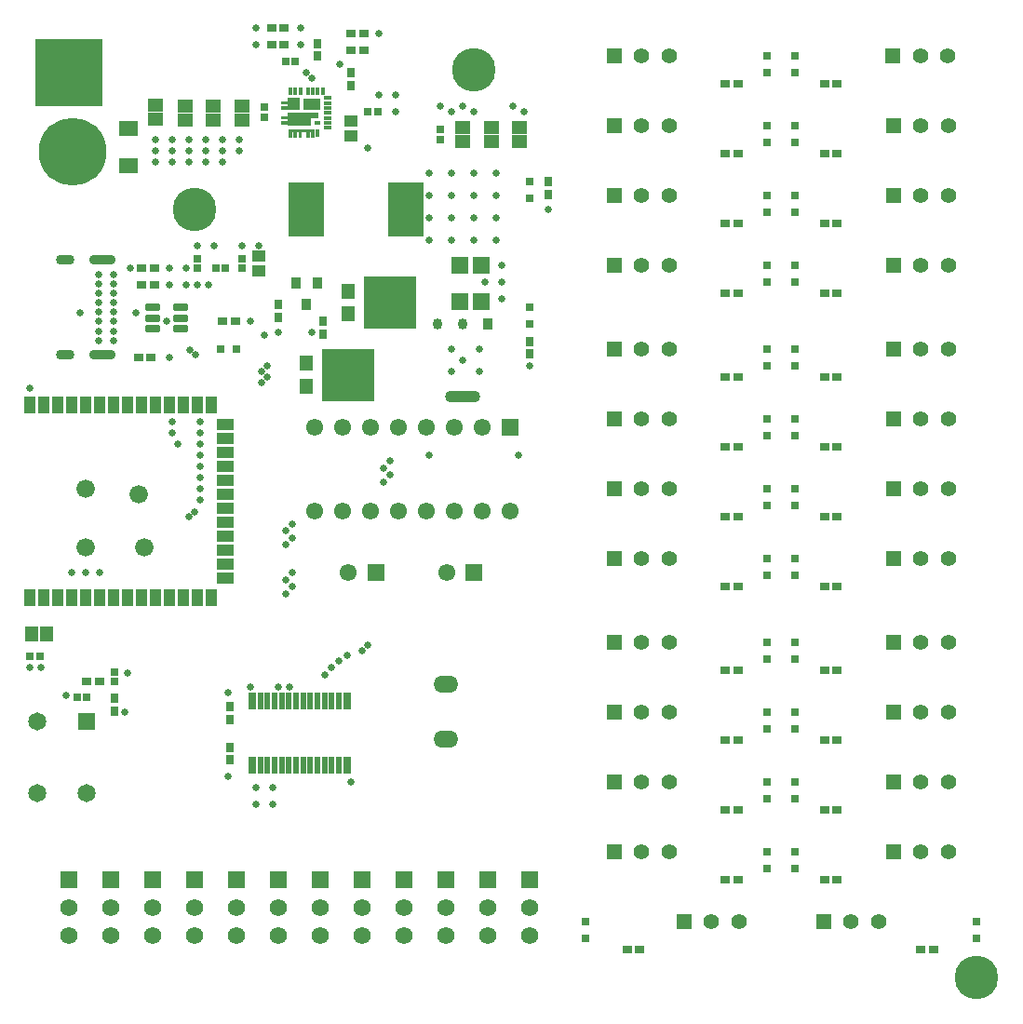
<source format=gts>
G04*
G04 #@! TF.GenerationSoftware,Altium Limited,Altium Designer,21.7.2 (23)*
G04*
G04 Layer_Color=8388736*
%FSLAX25Y25*%
%MOIN*%
G70*
G04*
G04 #@! TF.SameCoordinates,5233C9E9-E8BD-4DB4-A303-C3663256A2A9*
G04*
G04*
G04 #@! TF.FilePolarity,Negative*
G04*
G01*
G75*
%ADD20R,0.05339X0.04638*%
%ADD22R,0.04638X0.05339*%
%ADD29R,0.03150X0.03150*%
%ADD32R,0.03150X0.03150*%
%ADD33R,0.02284X0.01496*%
%ADD34R,0.06201X0.04134*%
%ADD35R,0.01181X0.02854*%
%ADD36R,0.02854X0.01181*%
%ADD37R,0.01181X0.02874*%
%ADD38C,0.01072*%
%ADD39C,0.04252*%
%ADD40C,0.03255*%
%ADD41R,0.05000X0.05512*%
%ADD42R,0.18583X0.18898*%
G04:AMPARAMS|DCode=43|XSize=39.54mil|YSize=125.28mil|CornerRadius=17.2mil|HoleSize=0mil|Usage=FLASHONLY|Rotation=270.000|XOffset=0mil|YOffset=0mil|HoleType=Round|Shape=RoundedRectangle|*
%AMROUNDEDRECTD43*
21,1,0.03954,0.09088,0,0,270.0*
21,1,0.00514,0.12528,0,0,270.0*
1,1,0.03440,-0.04544,-0.00257*
1,1,0.03440,-0.04544,0.00257*
1,1,0.03440,0.04544,0.00257*
1,1,0.03440,0.04544,-0.00257*
%
%ADD43ROUNDEDRECTD43*%
G04:AMPARAMS|DCode=44|XSize=39.54mil|YSize=34.34mil|CornerRadius=17.17mil|HoleSize=0mil|Usage=FLASHONLY|Rotation=270.000|XOffset=0mil|YOffset=0mil|HoleType=Round|Shape=RoundedRectangle|*
%AMROUNDEDRECTD44*
21,1,0.03954,0.00000,0,0,270.0*
21,1,0.00520,0.03434,0,0,270.0*
1,1,0.03434,0.00000,-0.00260*
1,1,0.03434,0.00000,0.00260*
1,1,0.03434,0.00000,0.00260*
1,1,0.03434,0.00000,-0.00260*
%
%ADD44ROUNDEDRECTD44*%
%ADD45R,0.03434X0.03954*%
%ADD48R,0.12500X0.19500*%
%ADD50R,0.07087X0.05512*%
%ADD51R,0.04528X0.04134*%
%ADD52R,0.02953X0.03543*%
%ADD53R,0.03110X0.02953*%
%ADD54R,0.02953X0.03110*%
%ADD55R,0.03543X0.02953*%
%ADD56R,0.02165X0.05906*%
%ADD57R,0.02953X0.05906*%
%ADD58R,0.04134X0.06496*%
%ADD59R,0.06496X0.04134*%
%ADD60R,0.05906X0.06496*%
%ADD61R,0.03740X0.04134*%
G04:AMPARAMS|DCode=62|XSize=53.54mil|YSize=29.13mil|CornerRadius=5.86mil|HoleSize=0mil|Usage=FLASHONLY|Rotation=0.000|XOffset=0mil|YOffset=0mil|HoleType=Round|Shape=RoundedRectangle|*
%AMROUNDEDRECTD62*
21,1,0.05354,0.01742,0,0,0.0*
21,1,0.04183,0.02913,0,0,0.0*
1,1,0.01171,0.02092,-0.00871*
1,1,0.01171,-0.02092,-0.00871*
1,1,0.01171,-0.02092,0.00871*
1,1,0.01171,0.02092,0.00871*
%
%ADD62ROUNDEDRECTD62*%
%ADD63C,0.06591*%
%ADD64C,0.15591*%
%ADD65R,0.24213X0.24213*%
%ADD66R,0.06102X0.06102*%
%ADD67C,0.06102*%
%ADD68R,0.06496X0.06496*%
%ADD69C,0.06496*%
%ADD70C,0.06181*%
%ADD71R,0.06181X0.06181*%
%ADD72O,0.08858X0.06102*%
%ADD73C,0.05512*%
%ADD74R,0.05512X0.05512*%
%ADD75C,0.02559*%
G04:AMPARAMS|DCode=76|XSize=35.43mil|YSize=94.49mil|CornerRadius=17.72mil|HoleSize=0mil|Usage=FLASHONLY|Rotation=270.000|XOffset=0mil|YOffset=0mil|HoleType=Round|Shape=RoundedRectangle|*
%AMROUNDEDRECTD76*
21,1,0.03543,0.05906,0,0,270.0*
21,1,0.00000,0.09449,0,0,270.0*
1,1,0.03543,-0.02953,0.00000*
1,1,0.03543,-0.02953,0.00000*
1,1,0.03543,0.02953,0.00000*
1,1,0.03543,0.02953,0.00000*
%
%ADD76ROUNDEDRECTD76*%
G04:AMPARAMS|DCode=77|XSize=35.43mil|YSize=66.93mil|CornerRadius=17.72mil|HoleSize=0mil|Usage=FLASHONLY|Rotation=270.000|XOffset=0mil|YOffset=0mil|HoleType=Round|Shape=RoundedRectangle|*
%AMROUNDEDRECTD77*
21,1,0.03543,0.03150,0,0,270.0*
21,1,0.00000,0.06693,0,0,270.0*
1,1,0.03543,-0.01575,0.00000*
1,1,0.03543,-0.01575,0.00000*
1,1,0.03543,0.01575,0.00000*
1,1,0.03543,0.01575,0.00000*
%
%ADD77ROUNDEDRECTD77*%
%ADD78C,0.24213*%
%ADD79C,0.06102*%
%ADD80R,0.06102X0.06102*%
G36*
X232854Y405945D02*
X231673D01*
Y407717D01*
X231083D01*
Y405945D01*
X229902D01*
Y407717D01*
X228327D01*
Y405945D01*
X227146D01*
Y407717D01*
X226555D01*
Y405945D01*
X225374D01*
Y407717D01*
X224783D01*
Y405945D01*
X223602D01*
Y408799D01*
X232854D01*
Y405945D01*
D02*
G37*
G36*
X227638Y415886D02*
X220945D01*
Y417067D01*
X223110D01*
Y417658D01*
X220945D01*
Y418839D01*
X223110D01*
Y420020D01*
X227638D01*
Y415886D01*
D02*
G37*
G36*
X234232Y412913D02*
X231673D01*
Y409980D01*
X223110D01*
Y410571D01*
X220945D01*
Y411752D01*
X223110D01*
Y412343D01*
X220945D01*
Y413524D01*
X223110D01*
Y414705D01*
X234232D01*
Y412913D01*
D02*
G37*
D20*
X175723Y412386D02*
D03*
Y417614D02*
D03*
X306093Y409614D02*
D03*
Y404386D02*
D03*
X186654Y412057D02*
D03*
Y417286D02*
D03*
X196701Y412057D02*
D03*
Y417286D02*
D03*
X296047Y409614D02*
D03*
Y404386D02*
D03*
X286000Y409614D02*
D03*
Y404386D02*
D03*
X206747Y412057D02*
D03*
Y417286D02*
D03*
D22*
X131535Y228000D02*
D03*
X136764D02*
D03*
D29*
X470000Y125000D02*
D03*
Y119095D02*
D03*
X395000Y150000D02*
D03*
Y144095D02*
D03*
X405000Y150000D02*
D03*
Y144095D02*
D03*
Y175000D02*
D03*
Y169095D02*
D03*
X395000Y175000D02*
D03*
Y169095D02*
D03*
X330000Y125000D02*
D03*
Y119095D02*
D03*
X405000Y435000D02*
D03*
Y429095D02*
D03*
X395000Y410000D02*
D03*
Y404095D02*
D03*
X405000Y410000D02*
D03*
Y404095D02*
D03*
X395000Y435000D02*
D03*
Y429095D02*
D03*
Y360000D02*
D03*
Y354095D02*
D03*
X405000Y385000D02*
D03*
Y379095D02*
D03*
Y360000D02*
D03*
Y354095D02*
D03*
X395000Y385000D02*
D03*
Y379095D02*
D03*
X405000Y255000D02*
D03*
Y249095D02*
D03*
X395000Y225000D02*
D03*
Y219094D02*
D03*
X405000Y305000D02*
D03*
Y299095D02*
D03*
Y280000D02*
D03*
Y274095D02*
D03*
X395000Y305000D02*
D03*
Y299095D02*
D03*
Y280000D02*
D03*
Y274095D02*
D03*
X405000Y330000D02*
D03*
Y324095D02*
D03*
X395000Y330000D02*
D03*
Y324095D02*
D03*
Y255000D02*
D03*
Y249095D02*
D03*
X405000Y200000D02*
D03*
Y194095D02*
D03*
X395000Y200000D02*
D03*
Y194095D02*
D03*
X405000Y225000D02*
D03*
Y219094D02*
D03*
X310000Y345000D02*
D03*
Y339094D02*
D03*
Y384095D02*
D03*
Y390000D02*
D03*
D32*
X205000Y330000D02*
D03*
X199094D02*
D03*
D33*
X233878Y411102D02*
D03*
D34*
X231919Y417953D02*
D03*
D35*
X224193Y422628D02*
D03*
X225965D02*
D03*
X227736D02*
D03*
X230492D02*
D03*
X232264D02*
D03*
X234035D02*
D03*
X235807D02*
D03*
D36*
X237628Y420020D02*
D03*
Y418248D02*
D03*
Y416476D02*
D03*
Y414705D02*
D03*
Y412933D02*
D03*
Y411161D02*
D03*
Y409390D02*
D03*
D37*
X234035Y407382D02*
D03*
D38*
X224316Y408086D02*
D03*
D39*
X227589Y412343D02*
D03*
D40*
X225337Y418211D02*
D03*
D41*
X245000Y342685D02*
D03*
Y350873D02*
D03*
X230000Y316811D02*
D03*
Y325000D02*
D03*
D42*
X259980Y346779D02*
D03*
X244980Y320905D02*
D03*
D43*
X286000Y313028D02*
D03*
D44*
X276984Y338972D02*
D03*
X286000D02*
D03*
D45*
X295016D02*
D03*
D48*
X265500Y380000D02*
D03*
X230000D02*
D03*
D50*
X166366Y409291D02*
D03*
Y395709D02*
D03*
D51*
X246000Y411925D02*
D03*
Y406610D02*
D03*
X213000Y363390D02*
D03*
Y358075D02*
D03*
D52*
X161303Y205000D02*
D03*
Y200472D02*
D03*
X202500Y182972D02*
D03*
Y187500D02*
D03*
Y197500D02*
D03*
Y202028D02*
D03*
X236000Y340052D02*
D03*
Y335524D02*
D03*
X220000Y341472D02*
D03*
Y346000D02*
D03*
X234000Y439528D02*
D03*
Y435000D02*
D03*
X246000Y429000D02*
D03*
Y424472D02*
D03*
X316405Y385472D02*
D03*
Y390000D02*
D03*
X310000Y328331D02*
D03*
Y332859D02*
D03*
D53*
X161303Y211000D02*
D03*
Y214465D02*
D03*
X215000Y416732D02*
D03*
Y413268D02*
D03*
X278000Y405268D02*
D03*
Y408732D02*
D03*
X207000Y359000D02*
D03*
Y362465D02*
D03*
X191000Y359000D02*
D03*
Y362465D02*
D03*
D54*
X151303Y205562D02*
D03*
X147839D02*
D03*
X134465Y220000D02*
D03*
X131000D02*
D03*
X226000Y433000D02*
D03*
X222535D02*
D03*
X252000Y415000D02*
D03*
X255465D02*
D03*
X201000Y359000D02*
D03*
X197535D02*
D03*
D55*
X155831Y211000D02*
D03*
X151303D02*
D03*
X420000Y320000D02*
D03*
X415472D02*
D03*
X380000Y350000D02*
D03*
X384528D02*
D03*
X420000Y295000D02*
D03*
X415472D02*
D03*
X420000Y350000D02*
D03*
X415472D02*
D03*
X380000Y320000D02*
D03*
X384528D02*
D03*
X450000Y115000D02*
D03*
X454528D02*
D03*
X380000Y140000D02*
D03*
X384528D02*
D03*
X380000Y165000D02*
D03*
X384528D02*
D03*
X420000Y140000D02*
D03*
X415472D02*
D03*
X349304Y115000D02*
D03*
X344776D02*
D03*
X380000Y190000D02*
D03*
X384528D02*
D03*
X420000Y425000D02*
D03*
X415472D02*
D03*
X420000Y400000D02*
D03*
X415472D02*
D03*
X420000Y375000D02*
D03*
X415472D02*
D03*
X380000Y400000D02*
D03*
X384528D02*
D03*
X380000Y425000D02*
D03*
X384528D02*
D03*
X380000Y375000D02*
D03*
X384528D02*
D03*
X420000Y165000D02*
D03*
X415472D02*
D03*
X420000Y245000D02*
D03*
X415472D02*
D03*
X420000Y190000D02*
D03*
X415472D02*
D03*
X380000Y215000D02*
D03*
X384528D02*
D03*
X420000D02*
D03*
X415472D02*
D03*
X380000Y245000D02*
D03*
X384528D02*
D03*
X380000Y295000D02*
D03*
X384528D02*
D03*
X380000Y270000D02*
D03*
X384528D02*
D03*
X420000D02*
D03*
X415472D02*
D03*
X246000Y443000D02*
D03*
X250528D02*
D03*
X246000Y437000D02*
D03*
X250528D02*
D03*
X222000Y445000D02*
D03*
X217472D02*
D03*
X222000Y439000D02*
D03*
X217472D02*
D03*
X204528Y340000D02*
D03*
X200000D02*
D03*
X175528Y353000D02*
D03*
X171000D02*
D03*
X175528Y359000D02*
D03*
X171000D02*
D03*
X174318Y327000D02*
D03*
X169791D02*
D03*
D56*
X218543Y204016D02*
D03*
X215984D02*
D03*
X213425D02*
D03*
X221102D02*
D03*
X223661D02*
D03*
Y180984D02*
D03*
X221102D02*
D03*
X213425D02*
D03*
X215984D02*
D03*
X218543D02*
D03*
X226220D02*
D03*
X228780D02*
D03*
X231339D02*
D03*
X233898D02*
D03*
X241575D02*
D03*
X239016D02*
D03*
X236457D02*
D03*
Y204016D02*
D03*
X239016D02*
D03*
X241575D02*
D03*
X233898D02*
D03*
X231339D02*
D03*
X228780D02*
D03*
X226220D02*
D03*
D57*
X210472Y180984D02*
D03*
X244528D02*
D03*
Y204016D02*
D03*
X210472D02*
D03*
D58*
X131000Y241102D02*
D03*
X136000D02*
D03*
X141000D02*
D03*
X146000D02*
D03*
X151000D02*
D03*
X156000D02*
D03*
X161000D02*
D03*
X166000D02*
D03*
X171000D02*
D03*
X176000D02*
D03*
X181000D02*
D03*
X186000D02*
D03*
X191000D02*
D03*
X196000D02*
D03*
Y310000D02*
D03*
X191000D02*
D03*
X186000D02*
D03*
X181000D02*
D03*
X176000D02*
D03*
X171000D02*
D03*
X166000D02*
D03*
X161000D02*
D03*
X156000D02*
D03*
X151000D02*
D03*
X146000D02*
D03*
X141000D02*
D03*
X136000D02*
D03*
X131000D02*
D03*
D59*
X200921Y248051D02*
D03*
Y253051D02*
D03*
Y258051D02*
D03*
Y263051D02*
D03*
Y268051D02*
D03*
Y273051D02*
D03*
Y278051D02*
D03*
Y283051D02*
D03*
Y288051D02*
D03*
Y293051D02*
D03*
Y298051D02*
D03*
Y303051D02*
D03*
D60*
X285000Y347158D02*
D03*
X292677D02*
D03*
X285000Y360000D02*
D03*
X292677D02*
D03*
D61*
X233740Y353937D02*
D03*
X226260D02*
D03*
X230000Y346063D02*
D03*
D62*
X175000Y345000D02*
D03*
Y341260D02*
D03*
Y337520D02*
D03*
X184882D02*
D03*
Y341260D02*
D03*
Y345000D02*
D03*
D63*
X170000Y278000D02*
D03*
X172000Y259000D02*
D03*
X151000Y280000D02*
D03*
Y259000D02*
D03*
D64*
X470000Y105000D02*
D03*
X190000Y380000D02*
D03*
X290000Y430000D02*
D03*
D65*
X145000Y429173D02*
D03*
D66*
X303000Y302000D02*
D03*
D67*
X293000D02*
D03*
X283000D02*
D03*
X273000D02*
D03*
X263000D02*
D03*
X253000D02*
D03*
X243000D02*
D03*
X233000D02*
D03*
X303000Y272000D02*
D03*
X293000D02*
D03*
X283000D02*
D03*
X273000D02*
D03*
X263000D02*
D03*
X253000D02*
D03*
X243000D02*
D03*
X233000D02*
D03*
D68*
X151161Y196795D02*
D03*
D69*
X133445D02*
D03*
Y171205D02*
D03*
X151161D02*
D03*
D70*
X265000Y120000D02*
D03*
Y130000D02*
D03*
X235000Y120000D02*
D03*
Y130000D02*
D03*
X250000Y120000D02*
D03*
Y130000D02*
D03*
X205000Y120000D02*
D03*
Y130000D02*
D03*
X220000Y120000D02*
D03*
Y130000D02*
D03*
X190000Y120000D02*
D03*
Y130000D02*
D03*
X145000Y120000D02*
D03*
Y130000D02*
D03*
X160000Y120000D02*
D03*
Y130000D02*
D03*
X175000Y120000D02*
D03*
Y130000D02*
D03*
X310000Y120000D02*
D03*
Y130000D02*
D03*
X295000Y120000D02*
D03*
Y130000D02*
D03*
X280000Y120000D02*
D03*
Y130000D02*
D03*
D71*
X265000Y140000D02*
D03*
X235000D02*
D03*
X250000D02*
D03*
X205000D02*
D03*
X220000D02*
D03*
X190000D02*
D03*
X145000D02*
D03*
X160000D02*
D03*
X175000D02*
D03*
X310000D02*
D03*
X295000D02*
D03*
X280000D02*
D03*
D72*
Y210000D02*
D03*
Y190315D02*
D03*
D73*
X459685Y435000D02*
D03*
X449843D02*
D03*
X459842Y410000D02*
D03*
X450000D02*
D03*
X459842Y385000D02*
D03*
X450000D02*
D03*
X459842Y360000D02*
D03*
X450000D02*
D03*
X359842Y255000D02*
D03*
X350000D02*
D03*
X359842Y280000D02*
D03*
X350000D02*
D03*
X359842Y330000D02*
D03*
X350000D02*
D03*
X359842Y305000D02*
D03*
X350000D02*
D03*
X359842Y225000D02*
D03*
X350000D02*
D03*
X359842Y200000D02*
D03*
X350000D02*
D03*
X359842Y175000D02*
D03*
X350000D02*
D03*
X359842Y150000D02*
D03*
X350000D02*
D03*
X359842Y385000D02*
D03*
X350000D02*
D03*
X359842Y435000D02*
D03*
X350000D02*
D03*
X359842Y410000D02*
D03*
X350000D02*
D03*
X359842Y360000D02*
D03*
X350000D02*
D03*
X459842Y150000D02*
D03*
X450000D02*
D03*
X459842Y175000D02*
D03*
X450000D02*
D03*
X434842Y125000D02*
D03*
X425000D02*
D03*
X384842D02*
D03*
X375000D02*
D03*
X459842Y280000D02*
D03*
X450000D02*
D03*
X459842Y255000D02*
D03*
X450000D02*
D03*
X459842Y225000D02*
D03*
X450000D02*
D03*
X459842Y200000D02*
D03*
X450000D02*
D03*
X459842Y305000D02*
D03*
X450000D02*
D03*
X459842Y330000D02*
D03*
X450000D02*
D03*
D74*
X440000Y435000D02*
D03*
X440158Y410000D02*
D03*
Y385000D02*
D03*
Y360000D02*
D03*
X340158Y255000D02*
D03*
Y280000D02*
D03*
Y330000D02*
D03*
Y305000D02*
D03*
Y225000D02*
D03*
Y200000D02*
D03*
Y175000D02*
D03*
Y150000D02*
D03*
Y385000D02*
D03*
Y435000D02*
D03*
Y410000D02*
D03*
Y360000D02*
D03*
X440158Y150000D02*
D03*
Y175000D02*
D03*
X415158Y125000D02*
D03*
X365158D02*
D03*
X440158Y280000D02*
D03*
Y255000D02*
D03*
Y225000D02*
D03*
Y200000D02*
D03*
Y305000D02*
D03*
Y330000D02*
D03*
D75*
X155532Y356713D02*
D03*
Y353366D02*
D03*
Y350020D02*
D03*
Y346673D02*
D03*
Y343327D02*
D03*
Y339980D02*
D03*
Y336634D02*
D03*
Y333287D02*
D03*
X160846D02*
D03*
Y336634D02*
D03*
Y339980D02*
D03*
Y343327D02*
D03*
Y346673D02*
D03*
Y350020D02*
D03*
Y353366D02*
D03*
Y356713D02*
D03*
X308000Y415000D02*
D03*
X304000Y417000D02*
D03*
X176000Y397000D02*
D03*
Y401000D02*
D03*
Y405000D02*
D03*
X156000Y250000D02*
D03*
X151000D02*
D03*
X146000D02*
D03*
X184000Y296000D02*
D03*
X192000Y304000D02*
D03*
X182000Y300000D02*
D03*
Y304000D02*
D03*
X241969Y432030D02*
D03*
X252000Y402000D02*
D03*
X274000Y292000D02*
D03*
X306000D02*
D03*
X188254Y329746D02*
D03*
X190084Y328000D02*
D03*
X189745Y271745D02*
D03*
X188000Y270000D02*
D03*
X180000Y340000D02*
D03*
X214000Y318000D02*
D03*
X216000Y320000D02*
D03*
X214000Y322000D02*
D03*
X216000Y324000D02*
D03*
X252000Y224000D02*
D03*
X250000Y222000D02*
D03*
X239016Y215984D02*
D03*
X244528Y220472D02*
D03*
X222500Y242500D02*
D03*
X225000Y245000D02*
D03*
X222500Y247500D02*
D03*
X225000Y250000D02*
D03*
X222500Y260000D02*
D03*
X225000Y262500D02*
D03*
X222500Y265000D02*
D03*
X225000Y267500D02*
D03*
X257500Y282500D02*
D03*
X260000Y285000D02*
D03*
Y290000D02*
D03*
X257500Y287500D02*
D03*
X292000Y322000D02*
D03*
X282000D02*
D03*
X286000Y326000D02*
D03*
X294000Y354010D02*
D03*
X300000D02*
D03*
X274000Y377000D02*
D03*
X290000D02*
D03*
X282000D02*
D03*
X298000D02*
D03*
X300000Y360000D02*
D03*
X274000Y369000D02*
D03*
X290000D02*
D03*
X282000D02*
D03*
X298000D02*
D03*
X290000Y385000D02*
D03*
X298000D02*
D03*
Y393000D02*
D03*
X236457Y213543D02*
D03*
X241575Y218425D02*
D03*
X192000Y276000D02*
D03*
Y280000D02*
D03*
Y284000D02*
D03*
Y288000D02*
D03*
Y292000D02*
D03*
Y296000D02*
D03*
Y300000D02*
D03*
X215000Y335000D02*
D03*
X144000Y206000D02*
D03*
X166000Y214000D02*
D03*
X165000Y200000D02*
D03*
X224000Y209000D02*
D03*
X218000Y167000D02*
D03*
X220000Y209000D02*
D03*
X210000D02*
D03*
X212000Y173000D02*
D03*
X218000D02*
D03*
X246000Y175000D02*
D03*
X202000Y177000D02*
D03*
X212000Y167000D02*
D03*
X202000Y207000D02*
D03*
X131000Y316000D02*
D03*
Y216000D02*
D03*
X135000D02*
D03*
X232000Y336000D02*
D03*
X220000D02*
D03*
X210000Y340000D02*
D03*
X316405Y380188D02*
D03*
X310000Y324000D02*
D03*
X282000Y330000D02*
D03*
X292000D02*
D03*
X300000Y348000D02*
D03*
X197000Y367000D02*
D03*
X191000D02*
D03*
X207000D02*
D03*
X213000D02*
D03*
X195000Y353000D02*
D03*
X187000Y359000D02*
D03*
Y353000D02*
D03*
X191000D02*
D03*
X181000Y327000D02*
D03*
Y353000D02*
D03*
Y359000D02*
D03*
X167000D02*
D03*
X149000Y343000D02*
D03*
X169000D02*
D03*
X256000Y421000D02*
D03*
X262000D02*
D03*
Y415000D02*
D03*
X290000D02*
D03*
X282000D02*
D03*
X278000Y417000D02*
D03*
X286000D02*
D03*
X274000Y385000D02*
D03*
Y393000D02*
D03*
X290000D02*
D03*
X282000D02*
D03*
Y385000D02*
D03*
X200000Y397000D02*
D03*
X194000D02*
D03*
X188000D02*
D03*
X182000D02*
D03*
Y401000D02*
D03*
X188000D02*
D03*
X194000D02*
D03*
X200000D02*
D03*
X206000D02*
D03*
Y405000D02*
D03*
X200000D02*
D03*
X194000D02*
D03*
X188000D02*
D03*
X182000D02*
D03*
X212000Y439000D02*
D03*
Y445000D02*
D03*
X228000D02*
D03*
Y439000D02*
D03*
X256000Y443000D02*
D03*
X232000Y427000D02*
D03*
X229720Y429000D02*
D03*
D76*
X156988Y327972D02*
D03*
Y362028D02*
D03*
D77*
X143681Y327972D02*
D03*
Y362028D02*
D03*
D78*
X146201Y400827D02*
D03*
D79*
X280157Y250000D02*
D03*
X245000D02*
D03*
D80*
X290000D02*
D03*
X254842D02*
D03*
M02*

</source>
